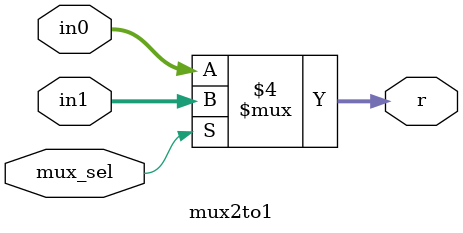
<source format=v>
module shifter16(
	input   [1:0]  i_mode16,
	input   [31:0] i_a16,
	input          i_active16,
	output  [31:0] o_shifted16
);
wire [31:0] w_shifted16;
shifter8 block1(
	.i_mode8    (i_mode16),
	.i_a8       (i_a16),
	.i_active8   (i_active16),
	.o_shifted8 (w_shifted16)
);
shifter8 block2  (
	.i_mode8    (i_mode16),
	.i_a8       (w_shifted16),
	.i_active8   (i_active16),
	.o_shifted8 (o_shifted16)
);
endmodule

module shifter8(
	input [1:0]  i_mode8,
	input [31:0] i_a8,
	input        i_active8,
	output [31:0] o_shifted8
);
wire [31:0] w_shifted8;
shifter4 block1(
	.i_mode4    (i_mode8),
	.i_a4       (i_a8),
	.i_active4   (i_active8),
	.o_shifted4 (w_shifted8)
);
shifter4 block2  (
	.i_mode4    (i_mode8),
	.i_a4       (w_shifted8),
	.i_active4   (i_active8),
	.o_shifted4 (o_shifted8)
);
endmodule

module shifter4(
	input [1:0] i_mode4,
	input [31:0] i_a4,
	input        i_active4,
	output  [31:0] o_shifted4
);
wire [31:0] w_shifted4;
shifter2 block1(
	.i_mode2    (i_mode4),
	.i_a2       (i_a4),
	.i_active2   (i_active4),
	.o_shifted2 (w_shifted4)
);
shifter2 block2  (
	.i_mode2    (i_mode4),
	.i_a2       (w_shifted4),
	.i_active2   (i_active4),
	.o_shifted2 (o_shifted4)
);
endmodule

module shifter2(
	input [1:0] i_mode2,
	input [31:0] i_a2,
	input        i_active2,
	output  [31:0] o_shifted2
);
wire [31:0] w_shifted2;
shifter1 block1(
	.i_mode1    (i_mode2),
	.i_a1       (i_a2),
	.i_active   (i_active2),
	.o_shifted1 (w_shifted2)
);
shifter1 block2  (
	.i_mode1    (i_mode2),
	.i_a1       (w_shifted2),
	.i_active   (i_active2),
	.o_shifted1 (o_shifted2)
);
endmodule
	
	/* 2'b00  Shift Right Logical      
   2'b01;  Shift Right Arithmetic
   2'b10;  Shift Left Logical
   2'b11;  Shift Left Arithmeticl*/
	
module shifter1(
	input [1:0] i_mode1,
	input [31:0] i_a1,
	input        i_active,
	output [31:0] o_shifted1
);

reg [31:0] r_shifted1;
always @(*)
begin
  if (i_active == 0) r_shifted1 = i_a1;
  else
  begin
    if (i_mode1[1] == 0) // shift RIGHT
	 begin
	     if (i_mode1[0] == 0) r_shifted1 = {1'b0,i_a1[31:1]};//i_a1 >> 1;
	     else                 r_shifted1 = {i_a1[31],i_a1[31:1]};//i_a1 >>> 1;
		 //end
		 //else                     r_shifted1 = {i_a1[0],i_a1[31:1]};//RoR
	 end
	 else 
	 begin
	    //if (i_mode1[1] == 0)
		 //begin
		 if (i_mode1[0] == 0) r_shifted1 = {i_a1[30:0],1'b0};//i_a1 << 1;
		 else                 r_shifted1 = {i_a1[30:0],1'b0};//i_a1 <<< 1;
		 //end
		 //else                     r_shifted1 = {i_a1[30:0],i_a1[31]};//RoL
	 end
  end
end
assign o_shifted1 = r_shifted1;
endmodule

module mux2to1 (
input      [31:0] in0,
input      [31:0] in1,
input             mux_sel,
output reg [31:0] r
);
always @(*)
begin
	if (mux_sel == 1'b0) r =  in0; // mode 0: shift left
	else                 r =  in1;
end
endmodule

</source>
